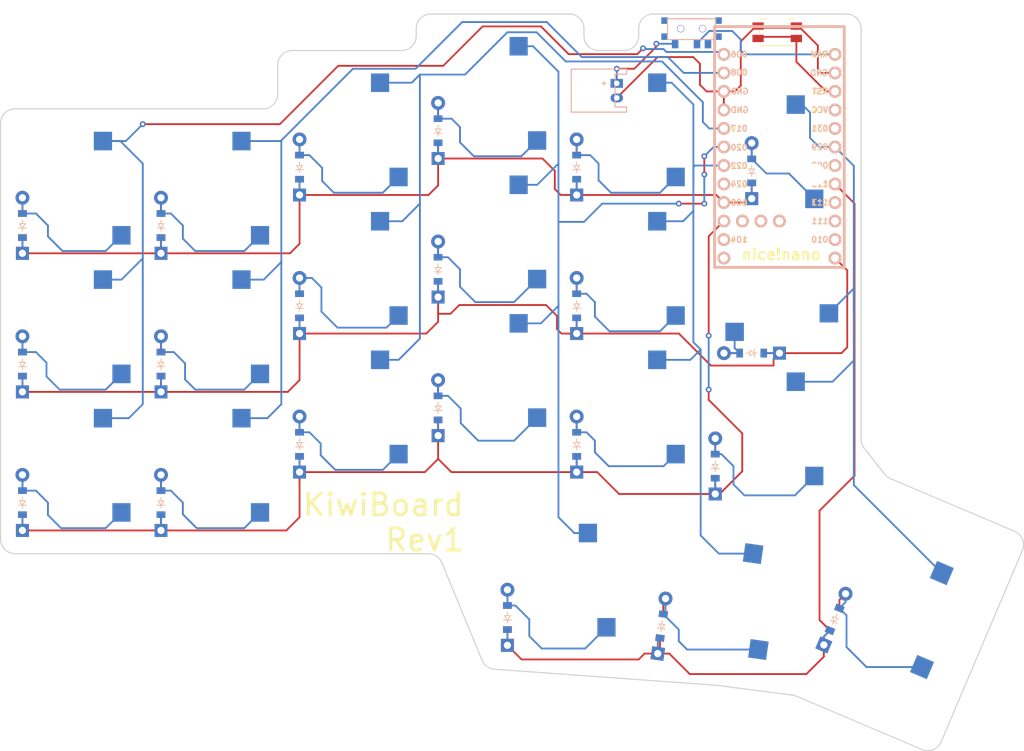
<source format=kicad_pcb>
(kicad_pcb (version 20240108) (generator "pcbnew") (generator_version "8.0")
  (title_block (title "left") (rev "v1.0.0") (company "Unknown"))
  (layers (0 "F.Cu" signal) (31 "B.Cu" signal) (34 "B.Paste" user) (35 "F.Paste" user) (36 "B.SilkS" user "B.Silkscreen") (37 "F.SilkS" user "F.Silkscreen") (38 "B.Mask" user) (39 "F.Mask" user) (44 "Edge.Cuts" user))
  (net 0 "")
  (net 1 "P006")
  (net 2 "ColA_Row1")
  (net 3 "ColA_Row2")
  (net 4 "ColA_Row3")
  (net 5 "P008")
  (net 6 "ColB_Row1")
  (net 7 "ColB_Row2")
  (net 8 "ColB_Row3")
  (net 9 "P017")
  (net 10 "ColC_Row1")
  (net 11 "ColC_Row2")
  (net 12 "ColC_Row3")
  (net 13 "P020")
  (net 14 "ColD_Row1")
  (net 15 "ColD_Row2")
  (net 16 "ColD_Row3")
  (net 17 "P022")
  (net 18 "ColE_Row1")
  (net 19 "ColE_Row2")
  (net 20 "ColE_Row3")
  (net 21 "P029")
  (net 22 "ColF_Row1")
  (net 23 "ColF_Row3")
  (net 24 "ColD_Row0")
  (net 25 "ColE_Row0")
  (net 26 "ColF_Row0")
  (net 27 "ColF_Row2")
  (net 28 "RAW")
  (net 29 "GND")
  (net 30 "RST")
  (net 31 "VCC")
  (net 32 "P031")
  (net 33 "P002")
  (net 34 "P115")
  (net 35 "P113")
  (net 36 "P111")
  (net 37 "P010")
  (net 38 "P009")
  (net 39 "P024")
  (net 40 "P100")
  (net 41 "P011")
  (net 42 "P104")
  (net 43 "P106")
  (net 44 "P101")
  (net 45 "P102")
  (net 46 "P107")
  (net 47 "pos")
  (footprint "E73:SPDT_C128955" (layer "F.Cu") (at 133.25 99.5)
    (property "Reference" "T1" (hide yes))
    (property "Value" "" (hide yes))
  )
  (footprint "ComboDiode" (layer "F.Cu") (at 60.5 164.5 90)
    (property "Reference" "D4" (hide yes))
    (property "Value" "" (hide yes))
  )
  (footprint "ComboDiode" (layer "F.Cu") (at 60.5 145.5 90)
    (property "Reference" "D5" (hide yes))
    (property "Value" "" (hide yes))
  )
  (footprint "MX" (layer "F.Cu") (at 126 152 -90)
    (property "Reference" "S13" (hide yes))
    (property "Value" "" (hide yes))
  )
  (footprint "ComboDiode" (layer "F.Cu") (at 152.878013 180.500185 67)
    (property "Reference" "D19" (hide yes))
    (property "Value" "" (hide yes))
  )
  (footprint "MX" (layer "F.Cu") (at 145 117 -90)
    (property "Reference" "S17" (hide yes))
    (property "Value" "" (hide yes))
  )
  (footprint "MX" (layer "F.Cu") (at 88 133 -90)
    (property "Reference" "S8" (hide yes))
    (property "Value" "" (hide yes))
  )
  (footprint "ComboDiode" (layer "F.Cu") (at 98.5 151.5 90)
    (property "Reference" "D10" (hide yes))
    (property "Value" "" (hide yes))
  )
  (footprint "MX" (layer "F.Cu") (at 138.192458 178.148055 -98)
    (property "Reference" "S19" (hide yes))
    (property "Value" "" (hide yes))
  )
  (footprint "MX" (layer "F.Cu") (at 50 160 -90)
    (property "Reference" "S1" (hide yes))
    (property "Value" "" (hide yes))
  )
  (footprint "ComboDiode" (layer "F.Cu") (at 129.148901 181.42129 82)
    (property "Reference" "D18" (hide yes))
    (property "Value" "" (hide yes))
  )
  (footprint "MX" (layer "F.Cu") (at 88 114 -90)
    (property "Reference" "S9" (hide yes))
    (property "Value" "" (hide yes))
  )
  (footprint "MX" (layer "F.Cu") (at 126 133 -90)
    (property "Reference" "S14" (hide yes))
    (property "Value" "" (hide yes))
  )
  (footprint "ComboDiode" (layer "F.Cu") (at 79.5 137.5 90)
    (property "Reference" "D8" (hide yes))
    (property "Value" "" (hide yes))
  )
  (footprint "MX" (layer "F.Cu") (at 107 109 -90)
    (property "Reference" "S12" (hide yes))
    (property "Value" "" (hide yes))
  )
  (footprint "MX" (layer "F.Cu") (at 107 147 -90)
    (property "Reference" "S10" (hide yes))
    (property "Value" "" (hide yes))
  )
  (footprint "ComboDiode" (layer "F.Cu") (at 141.5 119 90)
    (property "Reference" "D21" (hide yes))
    (property "Value" "" (hide yes))
  )
  (footprint "ComboDiode" (layer "F.Cu") (at 60.5 126.5 90)
    (property "Reference" "D6" (hide yes))
    (property "Value" "" (hide yes))
  )
  (footprint "JST_PH_S2B-PH-K_02x2.00mm_Angled" (layer "F.Cu") (at 123 108 -90)
    (property "Reference" "JST1" (hide yes))
    (property "Value" "" (hide yes))
  )
  (footprint "MX" (layer "F.Cu") (at 107 128 -90)
    (property "Reference" "S11" (hide yes))
    (property "Value" "" (hide yes))
  )
  (footprint "ComboDiode" (layer "F.Cu") (at 98.5 132.5 90)
    (property "Reference" "D11" (hide yes))
    (property "Value" "" (hide yes))
  )
  (footprint "ComboDiode" (layer "F.Cu") (at 41.5 164.5 90)
    (property "Reference" "D1" (hide yes))
    (property "Value" "" (hide yes))
  )
  (footprint "MX" (layer "F.Cu") (at 50 141 -90)
    (property "Reference" "S2" (hide yes))
    (property "Value" "" (hide yes))
  )
  (footprint "ComboDiode" (layer "F.Cu") (at 41.5 126.5 90)
    (property "Reference" "D3" (hide yes))
    (property "Value" "" (hide yes))
  )
  (footprint "ComboDiode" (layer "F.Cu") (at 117.5 137.5 90)
    (property "Reference" "D14" (hide yes))
    (property "Value" "" (hide yes))
  )
  (footprint "ComboDiode" (layer "F.Cu") (at 79.5 156.5 90)
    (property "Reference" "D7" (hide yes))
    (property "Value" "" (hide yes))
  )
  (footprint "ComboDiode" (layer "F.Cu") (at 108 180.25 90)
    (property "Reference" "D17" (hide yes))
    (property "Value" "" (hide yes))
  )
  (footprint "nice_nano" (layer "F.Cu") (at 145.3 117 -90)
    (property "Reference" "MCU1" (hide yes))
    (property "Value" "nice_nano" (hide yes))
  )
  (footprint "MX" (layer "F.Cu") (at 145 136 180)
    (property "Reference" "S21" (hide yes))
    (property "Value" "" (hide yes))
  )
  (footprint "Panasonic_EVQPUL_EVQPUC" (layer "F.Cu") (at 145 100)
    (property "Reference" "B1" (hide yes))
    (property "Value" "Panasonic_EVQPUL_EVQPUC" (hide yes))
  )
  (footprint "ComboDiode" (layer "F.Cu") (at 136.5 159.5 90)
    (property "Reference" "D16" (hide yes))
    (property "Value" "" (hide yes))
  )
  (footprint "ComboDiode" (layer "F.Cu") (at 79.5 118.5 90)
    (property "Reference" "D9" (hide yes))
    (property "Value" "" (hide yes))
  )
  (footprint "MX" (layer "F.Cu") (at 162.460594 179.679128 -113)
    (property "Reference" "S20" (hide yes))
    (property "Value" "" (hide yes))
  )
  (footprint "MX" (layer "F.Cu") (at 69 160 -90)
    (property "Reference" "S4" (hide yes))
    (property "Value" "" (hide yes))
  )
  (footprint "ComboDiode" (layer "F.Cu") (at 117.5 118.5 90)
    (property "Reference" "D15" (hide yes))
    (property "Value" "" (hide yes))
  )
  (footprint "MX" (layer "F.Cu") (at 69 122 -90)
    (property "Reference" "S6" (hide yes))
    (property "Value" "" (hide yes))
  )
  (footprint "MX" (layer "F.Cu") (at 126 114 -90)
    (property "Reference" "S15" (hide yes))
    (property "Value" "" (hide yes))
  )
  (footprint "MX" (layer "F.Cu") (at 69 141 -90)
    (property "Reference" "S5" (hide yes))
    (property "Value" "" (hide yes))
  )
  (footprint "ComboDiode" (layer "F.Cu") (at 41.5 145.5 90)
    (property "Reference" "D2" (hide yes))
    (property "Value" "" (hide yes))
  )
  (footprint "MX" (layer "F.Cu") (at 116.5 175.75 -90)
    (property "Reference" "S18" (hide yes))
    (property "Value" "" (hide yes))
  )
  (footprint "ComboDiode" (layer "F.Cu") (at 98.5 113.5 90)
    (property "Reference" "D12" (hide yes))
    (property "Value" "" (hide yes))
  )
  (footprint "ComboDiode" (layer "F.Cu") (at 117.5 156.5 90)
    (property "Reference" "D13" (hide yes))
    (property "Value" "" (hide yes))
  )
  (footprint "MX" (layer "F.Cu") (at 88 152 -90)
    (property "Reference" "S7" (hide yes))
    (property "Value" "" (hide yes))
  )
  (footprint "ComboDiode" (layer "F.Cu") (at 141.5 144 180)
    (property "Reference" "D20" (hide yes))
    (property "Value" "" (hide yes))
  )
  (footprint "MX" (layer "F.Cu") (at 145 155 -90)
    (property "Reference" "S16" (hide yes))
    (property "Value" "" (hide yes))
  )
  (footprint "MX" (layer "F.Cu") (at 50 122 -90)
    (property "Reference" "S3" (hide yes))
    (property "Value" "" (hide yes))
  )
  (gr_arc (start 147.093769 190.890232) (mid 147.361496 190.943536) (end 147.61947 191.032801) (stroke (width 0.15)) (layer "Edge.Cuts"))
  (gr_arc (start 95.5 99.5) (mid 96.085786 98.085786) (end 97.5 97.5) (stroke (width 0.15)) (layer "Edge.Cuts"))
  (gr_line (start 136.536106 189.532096) (end 106.23285 187.339215) (stroke (width 0.15)) (layer "Edge.Cuts"))
  (gr_line (start 95.5 100.5) (end 95.5 99.5) (stroke (width 0.15)) (layer "Edge.Cuts"))
  (gr_arc (start 177.554771 168.43287) (mid 178.627677 169.524666) (end 178.614319 171.055342) (stroke (width 0.15)) (layer "Edge.Cuts"))
  (gr_line (start 97.5 97.5) (end 116.5 97.5) (stroke (width 0.15)) (layer "Edge.Cuts"))
  (gr_line (start 120.5 102.5) (end 124 102.5) (stroke (width 0.15)) (layer "Edge.Cuts"))
  (gr_arc (start 136.536107 189.532096) (mid 136.59189 189.536919) (end 136.647516 189.543301) (stroke (width 0.15)) (layer "Edge.Cuts"))
  (gr_line (start 126 100.5) (end 126 99.5) (stroke (width 0.15)) (layer "Edge.Cuts"))
  (gr_arc (start 154.5 97.5) (mid 155.914214 98.085786) (end 156.5 99.5) (stroke (width 0.15)) (layer "Edge.Cuts"))
  (gr_line (start 160.535595 161.208658) (end 177.554771 168.43287) (stroke (width 0.15)) (layer "Edge.Cuts"))
  (gr_line (start 156.5 99.5) (end 156.5 155.80484) (stroke (width 0.15)) (layer "Edge.Cuts"))
  (gr_line (start 118.5 99.5) (end 118.5 100.5) (stroke (width 0.15)) (layer "Edge.Cuts"))
  (gr_arc (start 167.478482 197.28973) (mid 166.386686 198.362636) (end 164.85601 198.349278) (stroke (width 0.15)) (layer "Edge.Cuts"))
  (gr_arc (start 156.931159 157.045298) (mid 156.610863 156.461467) (end 156.5 155.80484) (stroke (width 0.15)) (layer "Edge.Cuts"))
  (gr_line (start 104.528453 186.107406) (end 99.010518 172.737025) (stroke (width 0.15)) (layer "Edge.Cuts"))
  (gr_arc (start 76.5 108.5) (mid 75.914214 109.914214) (end 74.5 110.5) (stroke (width 0.15)) (layer "Edge.Cuts"))
  (gr_arc (start 116.5 97.5) (mid 117.914214 98.085786) (end 118.5 99.5) (stroke (width 0.15)) (layer "Edge.Cuts"))
  (gr_line (start 78.5 102.5) (end 93.5 102.5) (stroke (width 0.15)) (layer "Edge.Cuts"))
  (gr_arc (start 76.5 104.5) (mid 77.085786 103.085786) (end 78.5 102.5) (stroke (width 0.15)) (layer "Edge.Cuts"))
  (gr_arc (start 38.5 112.5) (mid 39.085786 111.085786) (end 40.5 110.5) (stroke (width 0.15)) (layer "Edge.Cuts"))
  (gr_line (start 178.614319 171.055342) (end 167.478482 197.28973) (stroke (width 0.15)) (layer "Edge.Cuts"))
  (gr_line (start 128 97.5) (end 154.5 97.5) (stroke (width 0.15)) (layer "Edge.Cuts"))
  (gr_line (start 164.85601 198.349278) (end 147.61947 191.032801) (stroke (width 0.15)) (layer "Edge.Cuts"))
  (gr_arc (start 40.5 171.5) (mid 39.085786 170.914214) (end 38.5 169.5) (stroke (width 0.15)) (layer "Edge.Cuts"))
  (gr_line (start 147.093769 190.890231) (end 136.647516 189.543301) (stroke (width 0.15)) (layer "Edge.Cuts"))
  (gr_arc (start 160.535595 161.208659) (mid 160.104149 160.957886) (end 159.748216 160.608107) (stroke (width 0.15)) (layer "Edge.Cuts"))
  (gr_arc (start 120.5 102.5) (mid 119.085786 101.914214) (end 118.5 100.5) (stroke (width 0.15)) (layer "Edge.Cuts"))
  (gr_line (start 97.16177 171.5) (end 40.5 171.5) (stroke (width 0.15)) (layer "Edge.Cuts"))
  (gr_arc (start 126 100.5) (mid 125.414214 101.914214) (end 124 102.5) (stroke (width 0.15)) (layer "Edge.Cuts"))
  (gr_arc (start 95.5 100.5) (mid 94.914214 101.914214) (end 93.5 102.5) (stroke (width 0.15)) (layer "Edge.Cuts"))
  (gr_line (start 38.5 169.5) (end 38.5 112.5) (stroke (width 0.15)) (layer "Edge.Cuts"))
  (gr_arc (start 106.232849 187.339215) (mid 105.205685 186.965403) (end 104.528453 186.107406) (stroke (width 0.15)) (layer "Edge.Cuts"))
  (gr_arc (start 126 99.5) (mid 126.585786 98.085786) (end 128 97.5) (stroke (width 0.15)) (layer "Edge.Cuts"))
  (gr_arc (start 97.16177 171.5) (mid 98.273986 171.83778) (end 99.010518 172.737025) (stroke (width 0.15)) (layer "Edge.Cuts"))
  (gr_line (start 76.5 108.5) (end 76.5 104.5) (stroke (width 0.15)) (layer "Edge.Cuts"))
  (gr_line (start 40.5 110.5) (end 74.5 110.5) (stroke (width 0.15)) (layer "Edge.Cuts"))
  (gr_line (start 156.931159 157.045298) (end 159.748216 160.608107) (stroke (width 0.15)) (layer "Edge.Cuts"))
  (gr_text "KiwiBoard\nRev1" (at 102.25 167.2 0) (layer "F.SilkS") (effects (font (size 3 3) (thickness 0.4)) (justify right)))
  (segment (start 112.6 99.2) (end 116.4 103) (width 0.25) (layer "F.Cu") (net 1))
  (segment (start 116.4 103) (end 125.8 103) (width 0.25) (layer "F.Cu") (net 1))
  (segment (start 99.2 104.6) (end 104.6 99.2) (width 0.25) (layer "F.Cu") (net 1))
  (segment (start 104.6 99.2) (end 112.6 99.2) (width 0.25) (layer "F.Cu") (net 1))
  (segment (start 125.8 103) (end 126.6 102.2) (width 0.25) (layer "F.Cu") (net 1))
  (segment (start 84.8 104.6) (end 99.2 104.6) (width 0.25) (layer "F.Cu") (net 1))
  (segment (start 58 112.6) (end 76.8 112.6) (width 0.25) (layer "F.Cu") (net 1))
  (segment (start 76.8 112.6) (end 84.8 104.6) (width 0.25) (layer "F.Cu") (net 1))
  (via (at 58 112.6) (size 0.8) (drill 0.4) (layers "F.Cu" "B.Cu") (net 1))
  (via (at 126.6 102.2) (size 0.8) (drill 0.4) (layers "F.Cu" "B.Cu") (net 1))
  (segment (start 129.8 102.7) (end 137.35 102.7) (width 0.25) (layer "B.Cu") (net 1))
  (segment (start 137.35 102.7) (end 137.68 103.03) (width 0.25) (layer "B.Cu") (net 1))
  (segment (start 129.4 102.3) (end 129.8 102.7) (width 0.25) (layer "B.Cu") (net 1))
  (segment (start 55.085 133.915) (end 58 131) (width 0.25) (layer "B.Cu") (net 1))
  (segment (start 52.54 152.915) (end 56.085 152.915) (width 0.25) (layer "B.Cu") (net 1))
  (segment (start 58 131) (end 58 118) (width 0.25) (layer "B.Cu") (net 1))
  (segment (start 126.7 102.3) (end 129.4 102.3) (width 0.25) (layer "B.Cu") (net 1))
  (segment (start 52.54 133.915) (end 55.085 133.915) (width 0.25) (layer "B.Cu") (net 1))
  (segment (start 58 118) (end 54.915 114.915) (width 0.25) (layer "B.Cu") (net 1))
  (segment (start 54.915 114.915) (end 52.54 114.915) (width 0.25) (layer "B.Cu") (net 1))
  (segment (start 55.685 114.915) (end 58 112.6) (width 0.25) (layer "B.Cu") (net 1))
  (segment (start 126.6 102.2) (end 126.7 102.3) (width 0.25) (layer "B.Cu") (net 1))
  (segment (start 52.54 114.915) (end 55.685 114.915) (width 0.25) (layer "B.Cu") (net 1))
  (segment (start 56.085 152.915) (end 58 151) (width 0.25) (layer "B.Cu") (net 1))
  (segment (start 58 151) (end 58 131) (width 0.25) (layer "B.Cu") (net 1))
  (segment (start 137.65 103) (end 137.68 103.03) (width 0.25) (layer "B.Cu") (net 1))
  (segment (start 41.5 162.85) (end 41.5 160.69) (width 0.25) (layer "F.Cu") (net 2))
  (segment (start 45 164.5) (end 45 166.2) (width 0.25) (layer "B.Cu") (net 2))
  (segment (start 46.8 168) (end 52.922 168) (width 0.25) (layer "B.Cu") (net 2))
  (segment (start 41.5 162.85) (end 43.35 162.85) (width 0.25) (layer "B.Cu") (net 2))
  (segment (start 45 166.2) (end 46.8 168) (width 0.25) (layer "B.Cu") (net 2))
  (segment (start 41.5 160.69) (end 41.5 162.85) (width 0.25) (layer "B.Cu") (net 2))
  (segment (start 52.922 168) (end 55.08 165.842) (width 0.25) (layer "B.Cu") (net 2))
  (segment (start 43.35 162.85) (end 45 164.5) (width 0.25) (layer "B.Cu") (net 2))
  (segment (start 41.5 143.85) (end 41.5 141.69) (width 0.25) (layer "F.Cu") (net 3))
  (segment (start 41.5 143.85) (end 43.35 143.85) (width 0.25) (layer "B.Cu") (net 3))
  (segment (start 52.922 149) (end 55.08 146.842) (width 0.25) (layer "B.Cu") (net 3))
  (segment (start 41.5 141.69) (end 41.5 143.85) (width 0.25) (layer "B.Cu") (net 3))
  (segment (start 44.8 147.2) (end 46.6 149) (width 0.25) (layer "B.Cu") (net 3))
  (segment (start 43.35 143.85) (end 44.8 145.3) (width 0.25) (layer "B.Cu") (net 3))
  (segment (start 46.6 149) (end 52.922 149) (width 0.25) (layer "B.Cu") (net 3))
  (segment (start 44.8 145.3) (end 44.8 147.2) (width 0.25) (layer "B.Cu") (net 3))
  (segment (start 41.5 124.85) (end 41.5 122.69) (width 0.25) (layer "F.Cu") (net 4))
  (segment (start 43.35 124.85) (end 45 126.5) (width 0.25) (layer "B.Cu") (net 4))
  (segment (start 41.5 124.85) (end 43.35 124.85) (width 0.25) (layer "B.Cu") (net 4))
  (segment (start 47 130) (end 52.922 130) (width 0.25) (layer "B.Cu") (net 4))
  (segment (start 45 126.5) (end 45 128) (width 0.25) (layer "B.Cu") (net 4))
  (segment (start 41.5 122.69) (end 41.5 124.85) (width 0.25) (layer "B.Cu") (net 4))
  (segment (start 52.922 130) (end 55.08 127.842) (width 0.25) (layer "B.Cu") (net 4))
  (segment (start 45 128) (end 47 130) (width 0.25) (layer "B.Cu") (net 4))
  (segment (start 132.17 105.57) (end 137.68 105.57) (width 0.25) (layer "B.Cu") (net 5))
  (segment (start 130 103.4) (end 132.17 105.57) (width 0.25) (layer "B.Cu") (net 5))
  (segment (start 118.2 103.4) (end 130 103.4) (width 0.25) (layer "B.Cu") (net 5))
  (segment (start 95.4 105) (end 101.8 98.6) (width 0.25) (layer "B.Cu") (net 5))
  (segment (start 113.4 98.6) (end 118.2 103.4) (width 0.25) (layer "B.Cu") (net 5))
  (segment (start 76.915 114.915) (end 71.54 114.915) (width 0.25) (layer "B.Cu") (net 5))
  (segment (start 71.54 152.915) (end 75.085 152.915) (width 0.25) (layer "B.Cu") (net 5))
  (segment (start 101.8 98.6) (end 113.4 98.6) (width 0.25) (layer "B.Cu") (net 5))
  (segment (start 77 115) (end 76.915 114.915) (width 0.25) (layer "B.Cu") (net 5))
  (segment (start 71.54 133.915) (end 74.585 133.915) (width 0.25) (layer "B.Cu") (net 5))
  (segment (start 77 151) (end 77 131.5) (width 0.25) (layer "B.Cu") (net 5))
  (segment (start 74.585 133.915) (end 77 131.5) (width 0.25) (layer "B.Cu") (net 5))
  (segment (start 77 131.5) (end 77 115) (width 0.25) (layer "B.Cu") (net 5))
  (segment (start 86.83 105) (end 95.4 105) (width 0.25) (layer "B.Cu") (net 5))
  (segment (start 75.085 152.915) (end 77 151) (width 0.25) (layer "B.Cu") (net 5))
  (segment (start 76.915 114.915) (end 86.83 105) (width 0.25) (layer "B.Cu") (net 5))
  (segment (start 60.5 162.85) (end 60.5 160.69) (width 0.25) (layer "F.Cu") (net 6))
  (segment (start 65.4 168) (end 71.922 168) (width 0.25) (layer "B.Cu") (net 6))
  (segment (start 63.5 166.1) (end 65.4 168) (width 0.25) (layer "B.Cu") (net 6))
  (segment (start 61.85 162.85) (end 63.5 164.5) (width 0.25) (layer "B.Cu") (net 6))
  (segment (start 60.5 162.85) (end 61.85 162.85) (width 0.25) (layer "B.Cu") (net 6))
  (segment (start 71.922 168) (end 74.08 165.842) (width 0.25) (layer "B.Cu") (net 6))
  (segment (start 60.5 160.69) (end 60.5 162.85) (width 0.25) (layer "B.Cu") (net 6))
  (segment (start 63.5 164.5) (end 63.5 166.1) (width 0.25) (layer "B.Cu") (net 6))
  (segment (start 60.5 143.85) (end 60.5 141.69) (width 0.25) (layer "F.Cu") (net 7))
  (segment (start 60.5 143.85) (end 62.25 143.85) (width 0.25) (layer "B.Cu") (net 7))
  (segment (start 65.2 149) (end 71.922 149) (width 0.25) (layer "B.Cu") (net 7))
  (segment (start 62.25 143.85) (end 63.8 145.4) (width 0.25) (layer "B.Cu") (net 7))
  (segment (start 60.5 141.69) (end 60.5 143.85) (width 0.25) (layer "B.Cu") (net 7))
  (segment (start 63.8 145.4) (end 63.8 147.6) (width 0.25) (layer "B.Cu") (net 7))
  (segment (start 71.922 149) (end 74.08 146.842) (width 0.25) (layer "B.Cu") (net 7))
  (segment (start 63.8 147.6) (end 65.2 149) (width 0.25) (layer "B.Cu") (net 7))
  (segment (start 60.5 124.85) (end 60.5 122.69) (width 0.25) (layer "F.Cu") (net 8))
  (segment (start 71.922 130) (end 74.08 127.842) (width 0.25) (layer "B.Cu") (net 8))
  (segment (start 60.5 124.85) (end 61.85 124.85) (width 0.25) (layer "B.Cu") (net 8))
  (segment (start 61.85 124.85) (end 63.5 126.5) (width 0.25) (layer "B.Cu") (net 8))
  (segment (start 63.5 128.3) (end 65.2 130) (width 0.25) (layer "B.Cu") (net 8))
  (segment (start 65.2 130) (end 71.922 130) (width 0.25) (layer "B.Cu") (net 8))
  (segment (start 60.5 122.69) (end 60.5 124.85) (width 0.25) (layer "B.Cu") (net 8))
  (segment (start 63.5 126.5) (end 63.5 128.3) (width 0.25) (layer "B.Cu") (net 8))
  (segment (start 116 104) (end 129.2 104) (width 0.25) (layer "B.Cu") (net 9))
  (segment (start 129.2 104) (end 134.8 109.6) (width 0.25) (layer "B.Cu") (net 9))
  (segment (start 112 100) (end 116 104) (width 0.25) (layer "B.Cu") (net 9))
  (segment (start 108 100) (end 112 100) (width 0.25) (layer "B.Cu") (net 9))
  (segment (start 135.69 113.19) (end 137.68 113.19) (width 0.25) (layer "B.Cu") (net 9))
  (segment (start 134.8 109.6) (end 134.8 112.3) (width 0.25) (layer "B.Cu") (net 9))
  (segment (start 96 142) (end 96 123.5) (width 0.25) (layer "B.Cu") (net 9))
  (segment (start 93.085 144.915) (end 96 142) (width 0.25) (layer "B.Cu") (net 9))
  (segment (start 134.8 112.3) (end 135.69 113.19) (width 0.25) (layer "B.Cu") (net 9))
  (segment (start 94.885 106.915) (end 96 105.8) (width 0.25) (layer "B.Cu") (net 9))
  (segment (start 90.54 125.915) (end 93.585 125.915) (width 0.25) (layer "B.Cu") (net 9))
  (segment (start 91.655 105.8) (end 90.54 106.915) (width 0.25) (layer "B.Cu") (net 9))
  (segment (start 102.2 105.8) (end 108 100) (width 0.25) (layer "B.Cu") (net 9))
  (segment (start 96 105.8) (end 102.2 105.8) (width 0.25) (layer "B.Cu") (net 9))
  (segment (start 90.54 106.915) (end 94.885 106.915) (width 0.25) (layer "B.Cu") (net 9))
  (segment (start 96 123.5) (end 96 105.8) (width 0.25) (layer "B.Cu") (net 9))
  (segment (start 93.585 125.915) (end 96 123.5) (width 0.25) (layer "B.Cu") (net 9))
  (segment (start 90.54 144.915) (end 93.085 144.915) (width 0.25) (layer "B.Cu") (net 9))
  (segment (start 79.5 154.85) (end 79.5 152.69) (width 0.25) (layer "F.Cu") (net 10))
  (segment (start 79.5 152.69) (end 79.5 154.85) (width 0.25) (layer "B.Cu") (net 10))
  (segment (start 79.5 154.85) (end 80.85 154.85) (width 0.25) (layer "B.Cu") (net 10))
  (segment (start 82.4 156.4) (end 82.4 158) (width 0.25) (layer "B.Cu") (net 10))
  (segment (start 82.4 158) (end 84.4 160) (width 0.25) (layer "B.Cu") (net 10))
  (segment (start 84.4 160) (end 90.922 160) (width 0.25) (layer "B.Cu") (net 10))
  (segment (start 80.85 154.85) (end 82.4 156.4) (width 0.25) (layer "B.Cu") (net 10))
  (segment (start 90.922 160) (end 93.08 157.842) (width 0.25) (layer "B.Cu") (net 10))
  (segment (start 79.5 133.69) (end 79.5 135.85) (width 0.25) (layer "F.Cu") (net 11))
  (segment (start 84.7 140.5) (end 91.422 140.5) (width 0.25) (layer "B.Cu") (net 11))
  (segment (start 79.5 133.69) (end 81.19 133.69) (width 0.25) (layer "B.Cu") (net 11))
  (segment (start 81.19 133.69) (end 82.5 135) (width 0.25) (layer "B.Cu") (net 11))
  (segment (start 82.5 138.3) (end 84.7 140.5) (width 0.25) (layer "B.Cu") (net 11))
  (segment (start 91.422 140.5) (end 93.08 138.842) (width 0.25) (layer "B.Cu") (net 11))
  (segment (start 79.5 135.85) (end 79.5 133.69) (width 0.25) (layer "B.Cu") (net 11))
  (segment (start 82.5 135) (end 82.5 138.3) (width 0.25) (layer "B.Cu") (net 11))
  (segment (start 79.5 116.85) (end 79.5 114.69) (width 0.25) (layer "F.Cu") (net 12))
  (segment (start 82.6 118.6) (end 82.6 120.4) (width 0.25) (layer "B.Cu") (net 12))
  (segment (start 79.5 114.69) (end 79.5 116.85) (width 0.25) (layer "B.Cu") (net 12))
  (segment (start 90.922 122) (end 93.08 119.842) (width 0.25) (layer "B.Cu") (net 12))
  (segment (start 84.2 122) (end 90.922 122) (width 0.25) (layer "B.Cu") (net 12))
  (segment (start 82.6 120.4) (end 84.2 122) (width 0.25) (layer "B.Cu") (net 12))
  (segment (start 79.5 116.85) (end 80.85 116.85) (width 0.25) (layer "B.Cu") (net 12))
  (segment (start 80.85 116.85) (end 82.6 118.6) (width 0.25) (layer "B.Cu") (net 12))
  (segment (start 131.5 123.5) (end 135 123.5) (width 0.25) (layer "F.Cu") (net 13))
  (segment (start 135 119.5) (end 135 117) (width 0.25) (layer "F.Cu") (net 13))
  (via (at 131.5 123.5) (size 0.8) (drill 0.4) (layers "F.Cu" "B.Cu") (net 13))
  (via (at 135 123.5) (size 0.8) (drill 0.4) (layers "F.Cu" "B.Cu") (net 13))
  (via (at 135 117) (size 0.8) (drill 0.4) (layers "F.Cu" "B.Cu") (net 13))
  (via (at 135 119.5) (size 0.8) (drill 0.4) (layers "F.Cu" "B.Cu") (net 13))
  (segment (start 135 123.5) (end 135 119.5) (width 0.25) (layer "B.Cu") (net 13))
  (segment (start 115 105.4) (end 111.515 101.915) (width 0.25) (layer "B.Cu") (net 13))
  (segment (start 111.515 101.915) (end 109.54 101.915) (width 0.25) (layer "B.Cu") (net 13))
  (segment (start 117.165 168.665) (end 115 166.5) (width 0.25) (layer "B.Cu") (net 13))
  (segment (start 115 118) (end 115 105.4) (width 0.25) (layer "B.Cu") (net 13))
  (segment (start 115 126) (end 118.5 126) (width 0.25) (layer "B.Cu") (net 13))
  (segment (start 121 123.5) (end 131.5 123.5) (width 0.25) (layer "B.Cu") (net 13))
  (segment (start 115 137.5) (end 115 137) (width 0.25) (layer "B.Cu") (net 13))
  (segment (start 112.585 139.915) (end 115 137.5) (width 0.25) (layer "B.Cu") (net 13))
  (segment (start 109.54 120.915) (end 112.085 120.915) (width 0.25) (layer "B.Cu") (net 13))
  (segment (start 119.04 168.665) (end 117.165 168.665) (width 0.25) (layer "B.Cu") (net 13))
  (segment (start 135 117) (end 136.27 115.73) (width 0.25) (layer "B.Cu") (net 13))
  (segment (start 115 166.5) (end 115 137) (width 0.25) (layer "B.Cu") (net 13))
  (segment (start 136.27 115.73) (end 137.68 115.73) (width 0.25) (layer "B.Cu") (net 13))
  (segment (start 118.5 126) (end 121 123.5) (width 0.25) (layer "B.Cu") (net 13))
  (segment (start 112.085 120.915) (end 115 118) (width 0.25) (layer "B.Cu") (net 13))
  (segment (start 115 126) (end 115 118) (width 0.25) (layer "B.Cu") (net 13))
  (segment (start 109.54 139.915) (end 112.585 139.915) (width 0.25) (layer "B.Cu") (net 13))
  (segment (start 115 137) (end 115 126) (width 0.25) (layer "B.Cu") (net 13))
  (segment (start 98.5 149.85) (end 98.5 147.69) (width 0.25) (layer "F.Cu") (net 14))
  (segment (start 99.85 149.85) (end 101.6 151.6) (width 0.25) (layer "B.Cu") (net 14))
  (segment (start 98.5 149.85) (end 99.85 149.85) (width 0.25) (layer "B.Cu") (net 14))
  (segment (start 104 156) (end 108.922 156) (width 0.25) (layer "B.Cu") (net 14))
  (segment (start 101.6 151.6) (end 101.6 153.6) (width 0.25) (layer "B.Cu") (net 14))
  (segment (start 108.922 156) (end 112.08 152.842) (width 0.25) (layer "B.Cu") (net 14))
  (segment (start 101.6 153.6) (end 104 156) (width 0.25) (layer "B.Cu") (net 14))
  (segment (start 98.5 147.69) (end 98.5 149.85) (width 0.25) (layer "B.Cu") (net 14))
  (segment (start 98.5 128.69) (end 98.5 130.85) (width 0.25) (layer "F.Cu") (net 15))
  (segment (start 101.5 134.9) (end 103.6 137) (width 0.25) (layer "B.Cu") (net 15))
  (segment (start 98.5 130.85) (end 99.85 130.85) (width 0.25) (layer "B.Cu") (net 15))
  (segment (start 98.5 128.69) (end 98.5 130.85) (width 0.25) (layer "B.Cu") (net 15))
  (segment (start 108.922 137) (end 112.08 133.842) (width 0.25) (layer "B.Cu") (net 15))
  (segment (start 99.85 130.85) (end 101.5 132.5) (width 0.25) (layer "B.Cu") (net 15))
  (segment (start 101.5 132.5) (end 101.5 134.9) (width 0.25) (layer "B.Cu") (net 15))
  (segment (start 103.6 137) (end 108.922 137) (width 0.25) (layer "B.Cu") (net 15))
  (segment (start 98.5 109.69) (end 98.5 111.85) (width 0.25) (layer "F.Cu") (net 16))
  (segment (start 98.5 109.69) (end 98.5 111.85) (width 0.25) (layer "B.Cu") (net 16))
  (segment (start 101.5 115.1) (end 103.4 117) (width 0.25) (layer "B.Cu") (net 16))
  (segment (start 98.5 111.85) (end 100.35 111.85) (width 0.25) (layer "B.Cu") (net 16))
  (segment (start 103.4 117) (end 109.922 117) (width 0.25) (layer "B.Cu") (net 16))
  (segment (start 109.922 117) (end 112.08 114.842) (width 0.25) (layer "B.Cu") (net 16))
  (segment (start 100.35 111.85) (end 101.5 113) (width 0.25) (layer "B.Cu") (net 16))
  (segment (start 101.5 113) (end 101.5 115.1) (width 0.25) (layer "B.Cu") (net 16))
  (segment (start 134.5 143.5) (end 134.5 169) (width 0.25) (layer "B.Cu") (net 17))
  (segment (start 133.5 109.9) (end 130.515 106.915) (width 0.25) (layer "B.Cu") (net 17))
  (segment (start 128.54 125.915) (end 132.085 125.915) (width 0.25) (layer "B.Cu") (net 17))
  (segment (start 133.085 144.915) (end 134.5 143.5) (width 0.25) (layer "B.Cu") (net 17))
  (segment (start 132.085 125.915) (end 133.5 124.5) (width 0.25) (layer "B.Cu") (net 17))
  (segment (start 136.985505 171.485505) (end 141.69378 171.485505) (width 0.25) (layer "B.Cu") (net 17))
  (segment (start 133.5 121) (end 133.5 109.9) (width 0.25) (layer "B.Cu") (net 17))
  (segment (start 134.5 143.5) (end 133.5 142.5) (width 0.25) (layer "B.Cu") (net 17))
  (segment (start 133.5 142.5) (end 133.5 123) (width 0.25) (layer "B.Cu") (net 17))
  (segment (start 130.515 106.915) (end 128.54 106.915) (width 0.25) (layer "B.Cu") (net 17))
  (segment (start 133.5 123) (end 133.5 121) (width 0.25) (layer "B.Cu") (net 17))
  (segment (start 128.54 144.915) (end 133.085 144.915) (width 0.25) (layer "B.Cu") (net 17))
  (segment (start 134.5 169) (end 136.985505 171.485505) (width 0.25) (layer "B.Cu") (net 17))
  (segment (start 133.5 121) (end 133.5 118.5) (width 0.25) (layer "B.Cu") (net 17))
  (segment (start 133.73 118.27) (end 137.68 118.27) (width 0.25) (layer "B.Cu") (net 17))
  (segment (start 133.5 118.5) (end 133.73 118.27) (width 0.25) (layer "B.Cu") (net 17))
  (segment (start 117.5 154.85) (end 117.5 152.69) (width 0.25) (layer "F.Cu") (net 18))
  (segment (start 129.422 159.5) (end 131.08 157.842) (width 0.25) (layer "B.Cu") (net 18))
  (segment (start 121.9 159.5) (end 129.422 159.5) (width 0.25) (layer "B.Cu") (net 18))
  (segment (start 117.5 152.69) (end 117.5 154.85) (width 0.25) (layer "B.Cu") (net 18))
  (segment (start 120 156) (end 120 157.6) (width 0.25) (layer "B.Cu") (net 18))
  (segment (start 120 157.6) (end 121.9 159.5) (width 0.25) (layer "B.Cu") (net 18))
  (segment (start 117.5 154.85) (end 118.85 154.85) (width 0.25) (layer "B.Cu") (net 18))
  (segment (start 118.85 154.85) (end 120 156) (width 0.25) (layer "B.Cu") (net 18))
  (segment (start 117.5 135.85) (end 117.5 133.69) (width 0.25) (layer "F.Cu") (net 19))
  (segment (start 117.5 133.69) (end 117.5 135.85) (width 0.25) (layer "B.Cu") (net 19))
  (segment (start 118.85 135.85) (end 120 137) (width 0.25) (layer "B.Cu") (net 19))
  (segment (start 128.922 141) (end 131.08 138.842) (width 0.25) (layer "B.Cu") (net 19))
  (segment (start 120 137) (end 120 139) (width 0.25) (layer "B.Cu") (net 19))
  (segment (start 122 141) (end 128.922 141) (width 0.25) (layer "B.Cu") (net 19))
  (segment (start 120 139) (end 122 141) (width 0.25) (layer "B.Cu") (net 19))
  (segment (start 117.5 135.85) (end 118.85 135.85) (width 0.25) (layer "B.Cu") (net 19))
  (segment (start 117.5 114.69) (end 117.5 116.85) (width 0.25) (layer "F.Cu") (net 20))
  (segment (start 119.35 116.85) (end 120.5 118) (width 0.25) (layer "B.Cu") (net 20))
  (segment (start 128.922 122) (end 131.08 119.842) (width 0.25) (layer "B.Cu") (net 20))
  (segment (start 120.5 118) (end 120.5 120.3) (width 0.25) (layer "B.Cu") (net 20))
  (segment (start 117.5 114.69) (end 117.5 116.85) (width 0.25) (layer "B.Cu") (net 20))
  (segment (start 117.5 116.85) (end 119.35 116.85) (width 0.25) (layer "B.Cu") (net 20))
  (segment (start 120.5 120.3) (end 122.2 122) (width 0.25) (layer "B.Cu") (net 20))
  (segment (start 122.2 122) (end 128.922 122) (width 0.25) (layer "B.Cu") (net 20))
  (segment (start 155.5 118.31) (end 152.92 115.73) (width 0.25) (layer "B.Cu") (net 21))
  (segment (start 155.5 138.54) (end 155.5 135.125) (width 0.25) (layer "B.Cu") (net 21))
  (segment (start 149.5 111) (end 149.5 114.5) (width 0.25) (layer "B.Cu") (net 21))
  (segment (start 155.5 138.54) (end 155.5 145) (width 0.25) (layer "B.Cu") (net 21))
  (segment (start 155.5 138.54) (end 155.5 118.31) (width 0.25) (layer "B.Cu") (net 21))
  (segment (start 155.5 145) (end 155.5 162.082802) (width 0.25) (layer "B.Cu") (net 21))
  (segment (start 149.5 114.5) (end 150.73 115.73) (width 0.25) (layer "B.Cu") (net 21))
  (segment (start 150.73 115.73) (end 152.92 115.73) (width 0.25) (layer "B.Cu") (net 21))
  (segment (start 147.54 147.915) (end 152.585 147.915) (width 0.25) (layer "B.Cu") (net 21))
  (segment (start 155.5 162.082802) (end 167.567006 174.149808) (width 0.25) (layer "B.Cu") (net 21))
  (segment (start 152.585 147.915) (end 155.5 145) (width 0.25) (layer "B.Cu") (net 21))
  (segment (start 148.415 109.915) (end 149.5 111) (width 0.25) (layer "B.Cu") (net 21))
  (segment (start 147.54 109.915) (end 148.415 109.915) (width 0.25) (layer "B.Cu") (net 21))
  (segment (start 155.5 135.125) (end 152.085 138.54) (width 0.25) (layer "B.Cu") (net 21))
  (segment (start 136.5 157.85) (end 136.5 155.69) (width 0.25) (layer "F.Cu") (net 22))
  (segment (start 139 162) (end 140.5 163.5) (width 0.25) (layer "B.Cu") (net 22))
  (segment (start 136.5 157.85) (end 137.35 157.85) (width 0.25) (layer "B.Cu") (net 22))
  (segment (start 147.422 163.5) (end 150.08 160.842) (width 0.25) (layer "B.Cu") (net 22))
  (segment (start 140.5 163.5) (end 147.422 163.5) (width 0.25) (layer "B.Cu") (net 22))
  (segment (start 137.35 157.85) (end 139 159.5) (width 0.25) (layer "B.Cu") (net 22))
  (segment (start 139 159.5) (end 139 162) (width 0.25) (layer "B.Cu") (net 22))
  (segment (start 136.5 155.69) (end 136.5 157.85) (width 0.25) (layer "B.Cu") (net 22))
  (segment (start 141.5 117.35) (end 141.5 115.19) (width 0.25) (layer "F.Cu") (net 23))
  (segment (start 141.5 117.35) (end 143.5189 119.3689) (width 0.25) (layer "B.Cu") (net 23))
  (segment (start 146.6069 119.3689) (end 150.08 122.842) (width 0.25) (layer "B.Cu") (net 23))
  (segment (start 143.5189 119.3689) (end 146.6069 119.3689) (width 0.25) (layer "B.Cu") (net 23))
  (segment (start 141.5 115.19) (end 141.5 117.35) (width 0.25) (layer "B.Cu") (net 23))
  (segment (start 108 178.6) (end 108 176.44) (width 0.25) (layer "F.Cu") (net 24))
  (segment (start 108 178.6) (end 109.1 178.6) (width 0.25) (layer "B.Cu") (net 24))
  (segment (start 109.1 178.6) (end 111 180.5) (width 0.25) (layer "B.Cu") (net 24))
  (segment (start 108 176.44) (end 108 178.6) (width 0.25) (layer "B.Cu") (net 24))
  (segment (start 111 180.5) (end 111 182.8) (width 0.25) (layer "B.Cu") (net 24))
  (segment (start 111 182.8) (end 112.7 184.5) (width 0.25) (layer "B.Cu") (net 24))
  (segment (start 112.7 184.5) (end 118.672 184.5) (width 0.25) (layer "B.Cu") (net 24))
  (segment (start 118.672 184.5) (end 121.58 181.592) (width 0.25) (layer "B.Cu") (net 24))
  (segment (start 129.378537 177.948983) (end 129.679151 177.648369) (width 0.25) (layer "F.Cu") (net 25))
  (segment (start 129.378537 179.787348) (end 129.378537 177.948983) (width 0.25) (layer "F.Cu") (net 25))
  (segment (start 131.5 183.5) (end 132.6402 184.6402) (width 0.25) (layer "B.Cu") (net 25))
  (segment (start 129.378537 179.787348) (end 131.5 181.908811) (width 0.25) (layer "B.Cu") (net 25))
  (segment (start 131.5 181.908811) (end 131.5 183.5) (width 0.25) (layer "B.Cu") (net 25))
  (segment (start 129.679151 177.648369) (end 129.679151 179.486734) (width 0.25) (layer "B.Cu") (net 25))
  (segment (start 129.679151 179.486734) (end 129.378537 179.787348) (width 0.25) (layer "B.Cu") (net 25))
  (segment (start 132.6402 184.6402) (end 142.409971 184.6402) (width 0.25) (layer "B.Cu") (net 25))
  (segment (start 153.522719 177.837042) (end 154.366699 176.993062) (width 0.25) (layer "F.Cu") (net 26))
  (segment (start 153.522719 178.981352) (end 153.522719 177.837042) (width 0.25) (layer "F.Cu") (net 26))
  (segment (start 154.366699 176.993062) (end 154.366699 178.137372) (width 0.25) (layer "B.Cu") (net 26))
  (segment (start 154.5 184.3) (end 157.241631 187.041631) (width 0.25) (layer "B.Cu") (net 26))
  (segment (start 153.522719 178.981352) (end 154.5 179.958633) (width 0.25) (layer "B.Cu") (net 26))
  (segment (start 157.241631 187.041631) (end 164.854107 187.041631) (width 0.25) (layer "B.Cu") (net 26))
  (segment (start 154.366699 178.137372) (end 153.522719 178.981352) (width 0.25) (layer "B.Cu") (net 26))
  (segment (start 154.5 179.958633) (end 154.5 184.3) (width 0.25) (layer "B.Cu") (net 26))
  (segment (start 137.69 144) (end 139.85 144) (width 0.25) (layer "F.Cu") (net 27))
  (segment (start 139.85 144) (end 137.69 144) (width 0.25) (layer "B.Cu") (net 27))
  (segment (start 139.158 143.308) (end 139.85 144) (width 0.25) (layer "B.Cu") (net 27))
  (segment (start 139.158 141.08) (end 139.158 143.308) (width 0.25) (layer "B.Cu") (net 27))
  (segment (start 134 101.575) (end 134 101.5) (width 0.25) (layer "B.Cu") (net 28))
  (segment (start 141.03 103.03) (end 152.92 103.03) (width 0.25) (layer "B.Cu") (net 28))
  (segment (start 140 102.5) (end 140.5 103) (width 0.25) (layer "B.Cu") (net 28))
  (segment (start 138.825 99.825) (end 140 101) (width 0.25) (layer "B.Cu") (net 28))
  (segment (start 135.675 99.825) (end 138.825 99.825) (width 0.25) (layer "B.Cu") (net 28))
  (segment (start 140 101) (end 140 102.5) (width 0.25) (layer "B.Cu") (net 28))
  (segment (start 141 103) (end 141.03 103.03) (width 0.25) (layer "B.Cu") (net 28))
  (segment (start 134 101.5) (end 135.675 99.825) (width 0.25) (layer "B.Cu") (net 28))
  (segment (start 140.5 103) (end 141 103) (width 0.25) (layer "B.Cu") (net 28))
  (segment (start 128.6 103.4) (end 133.485 103.4) (width 0.25) (layer "F.Cu") (net 29))
  (segment (start 142.375 99.15) (end 142.6 99.375) (width 0.25) (layer "F.Cu") (net 29))
  (segment (start 150.57 105.57) (end 152.92 105.57) (width 0.25) (layer "F.Cu") (net 29))
  (segment (start 134.4 107.2) (end 135.31 108.11) (width 0.25) (layer "F.Cu") (net 29))
  (segment (start 123 109) (end 128.6 103.4) (width 0.25) (layer "F.Cu") (net 29))
  (segment (start 147.625 99.15) (end 147.9 99.15) (width 0.25) (layer "F.Cu") (net 29))
  (segment (start 147.9 99.15) (end 150.57 101.82) (width 0.25) (layer "F.Cu") (net 29))
  (segment (start 147.4 99.375) (end 147.625 99.15) (width 0.25) (layer "F.Cu") (net 29))
  (segment (start 142.375 99.15) (end 142.65 99.15) (width 0.25) (layer "F.Cu") (net 29))
  (segment (start 140 101.25) (end 142.1 99.15) (width 0.25) (layer "F.Cu") (net 29))
  (segment (start 137.68 108.11) (end 139.19 108.11) (width 0.25) (layer "F.Cu") (net 29))
  (segment (start 134.4 104.315) (end 134.4 107.2) (width 0.25) (layer "F.Cu") (net 29))
  (segment (start 135.31 108.11) (end 137.68 108.11) (width 0.25) (layer "F.Cu") (net 29))
  (segment (start 139.19 108.11) (end 140 107.3) (width 0.25) (layer "F.Cu") (net 29))
  (segment (start 142.6 99.375) (end 147.4 99.375) (width 0.25) (layer "F.Cu") (net 29))
  (segment (start 137.68 108.11) (end 137.68 110.65) (width 0.25) (layer "F.Cu") (net 29))
  (segment (start 133.485 103.4) (end 134.4 104.315) (width 0.25) (layer "F.Cu") (net 29))
  (segment (start 140 107.3) (end 140 101.25) (width 0.25) (layer "F.Cu") (net 29))
  (segment (start 142.375 99.15) (end 142.5 99.15) (width 0.25) (layer "F.Cu") (net 29))
  (segment (start 150.57 101.82) (end 150.57 105.57) (width 0.25) (layer "F.Cu") (net 29))
  (segment (start 142.1 99.15) (end 142.375 99.15) (width 0.25) (layer "F.Cu") (net 29))
  (segment (start 147.625 100.85) (end 147.625 104.054275) (width 0.25) (layer "F.Cu") (net 30))
  (segment (start 151.680725 108.11) (end 152.92 108.11) (width 0.25) (layer "F.Cu") (net 30))
  (segment (start 147.625 104.054275) (end 151.680725 108.11) (width 0.25) (layer "F.Cu") (net 30))
  (segment (start 142.6 100.625) (end 147.4 100.625) (width 0.25) (layer "F.Cu") (net 30))
  (segment (start 142.375 100.85) (end 142.6 100.625) (width 0.25) (layer "F.Cu") (net 30))
  (segment (start 147.4 100.625) (end 147.625 100.85) (width 0.25) (layer "F.Cu") (net 30))
  (segment (start 149 188) (end 151.389327 185.610673) (width 0.25) (layer "F.Cu") (net 34))
  (segment (start 155.6 160.8) (end 155.6 123.49) (width 0.25) (layer "F.Cu") (net 34))
  (segment (start 126.805789 185.194211) (end 128.618651 185.194211) (width 0.25) (layer "F.Cu") (net 34))
  (segment (start 108 184.06) (end 109.94 186) (width 0.25) (layer "F.Cu") (net 34))
  (segment (start 130.194211 185.194211) (end 133 188) (width 0.25) (layer "F.Cu") (net 34))
  (segment (start 151.389327 182.862998) (end 152.233307 182.019018) (width 0.25) (layer "F.Cu") (net 34))
  (segment (start 128.919265 183.055232) (end 128.919265 184.893597) (width 0.25) (layer "F.Cu") (net 34))
  (segment (start 150.8 180.585711) (end 150.8 165.6) (width 0.25) (layer "F.Cu") (net 34))
  (segment (start 108 181.9) (end 108 184.06) (width 0.25) (layer "F.Cu") (net 34))
  (segment (start 126 186) (end 126.805789 185.194211) (width 0.25) (layer "F.Cu") (net 34))
  (segment (start 128.618651 185.194211) (end 130.194211 185.194211) (width 0.25) (layer "F.Cu") (net 34))
  (segment (start 128.919265 184.893597) (end 128.618651 185.194211) (width 0.25) (layer "F.Cu") (net 34))
  (segment (start 151.389327 185.610673) (end 151.389327 184.007308) (width 0.25) (layer "F.Cu") (net 34))
  (segment (start 155.6 123.49) (end 152.92 120.81) (width 0.25) (layer "F.Cu") (net 34))
  (segment (start 133 188) (end 149 188) (width 0.25) (layer "F.Cu") (net 34))
  (segment (start 152.233307 182.019018) (end 150.8 180.585711) (width 0.25) (layer "F.Cu") (net 34))
  (segment (start 151.389327 184.007308) (end 151.389327 182.862998) (width 0.25) (layer "F.Cu") (net 34))
  (segment (start 150.8 165.6) (end 155.6 160.8) (width 0.25) (layer "F.Cu") (net 34))
  (segment (start 109.94 186) (end 126 186) (width 0.25) (layer "F.Cu") (net 34))
  (segment (start 151.389327 182.862998) (end 152.233307 182.019018) (width 0.25) (layer "B.Cu") (net 34))
  (segment (start 151.389327 184.007308) (end 151.389327 182.862998) (width 0.25) (layer "B.Cu") (net 34))
  (segment (start 128.618651 183.355846) (end 128.919265 183.055232) (width 0.25) (layer "B.Cu") (net 34))
  (segment (start 108 184.06) (end 108 181.9) (width 0.25) (layer "B.Cu") (net 34))
  (segment (start 128.618651 185.194211) (end 128.618651 183.355846) (width 0.25) (layer "B.Cu") (net 34))
  (segment (start 153.8 144) (end 154.6 143.2) (width 0.25) (layer "F.Cu") (net 38))
  (segment (start 117.5 141.31) (end 131.51 141.31) (width 0.25) (layer "F.Cu") (net 38))
  (segment (start 154.6 132.65) (end 152.92 130.97) (width 0.25) (layer "F.Cu") (net 38))
  (segment (start 79.5 147.7) (end 79.5 139.15) (width 0.25) (layer "F.Cu") (net 38))
  (segment (start 98.5 139.7) (end 98.5 138.6) (width 0.25) (layer "F.Cu") (net 38))
  (segment (start 117.5 141.31) (end 115.41 141.31) (width 0.25) (layer "F.Cu") (net 38))
  (segment (start 144.5 145.7) (end 144.5 144.81) (width 0.25) (layer "F.Cu") (net 38))
  (segment (start 114.8 138.9) (end 113.3 137.4) (width 0.25) (layer "F.Cu") (net 38))
  (segment (start 115.41 141.31) (end 114.8 140.7) (width 0.25) (layer "F.Cu") (net 38))
  (segment (start 41.5 149.31) (end 60.5 149.31) (width 0.25) (layer "F.Cu") (net 38))
  (segment (start 60.5 149.31) (end 77.89 149.31) (width 0.25) (layer "F.Cu") (net 38))
  (segment (start 98.5 138.6) (end 98.5 134.15) (width 0.25) (layer "F.Cu") (net 38))
  (segment (start 100.2 138.6) (end 98.5 138.6) (width 0.25) (layer "F.Cu") (net 38))
  (segment (start 135.9 145.7) (end 144.5 145.7) (width 0.25) (layer "F.Cu") (net 38))
  (segment (start 145.31 144) (end 153.8 144) (width 0.25) (layer "F.Cu") (net 38))
  (segment (start 144.5 144.81) (end 145.31 144) (width 0.25) (layer "F.Cu") (net 38))
  (segment (start 154.6 143.2) (end 154.6 132.65) (width 0.25) (layer "F.Cu") (net 38))
  (segment (start 79.5 141.31) (end 96.89 141.31) (width 0.25) (layer "F.Cu") (net 38))
  (segment (start 131.51 141.31) (end 135.9 145.7) (width 0.25) (layer "F.Cu") (net 38))
  (segment (start 41.5 147.15) (end 41.5 149.31) (width 0.25) (layer "F.Cu") (net 38))
  (segment (start 60.5 147.15) (end 60.5 149.31) (width 0.25) (layer "F.Cu") (net 38))
  (segment (start 77.89 149.31) (end 79.5 147.7) (width 0.25) (layer "F.Cu") (net 38))
  (segment (start 96.89 141.31) (end 98.5 139.7) (width 0.25) (layer "F.Cu") (net 38))
  (segment (start 117.5 139.15) (end 117.5 141.31) (width 0.25) (layer "F.Cu") (net 38))
  (segment (start 113.3 137.4) (end 101.4 137.4) (width 0.25) (layer "F.Cu") (net 38))
  (segment (start 145.31 144) (end 143.15 144) (width 0.25) (layer "F.Cu") (net 38))
  (segment (start 114.8 140.7) (end 114.8 138.9) (width 0.25) (layer "F.Cu") (net 38))
  (segment (start 101.4 137.4) (end 100.2 138.6) (width 0.25) (layer "F.Cu") (net 38))
  (segment (start 41.5 149.31) (end 41.5 147.15) (width 0.25) (layer "B.Cu") (net 38))
  (segment (start 117.5 141.31) (end 117.5 139.15) (width 0.25) (layer "B.Cu") (net 38))
  (segment (start 143.15 144) (end 145.31 144) (width 0.25) (layer "B.Cu") (net 38))
  (segment (start 60.5 149.31) (end 60.5 147.15) (width 0.25) (layer "B.Cu") (net 38))
  (segment (start 98.5 136.31) (end 98.5 134.15) (width 0.25) (layer "B.Cu") (net 38))
  (segment (start 79.5 141.31) (end 79.5 139.15) (width 0.25) (layer "B.Cu") (net 38))
  (segment (start 140.96 123.35) (end 141.5 122.81) (width 0.25) (layer "F.Cu") (net 40))
  (segment (start 115.31 122.31) (end 117.5 122.31) (width 0.25) (layer "F.Cu") (net 40))
  (segment (start 117.5 120.15) (end 117.5 122.31) (width 0.25) (layer "F.Cu") (net 40))
  (segment (start 112.81 117.31) (end 114.5 119) (width 0.25) (layer "F.Cu") (net 40))
  (segment (start 79.5 129) (end 79.5 120.15) (width 0.25) (layer "F.Cu") (net 40))
  (segment (start 141.5 122.81) (end 141.5 120.65) (width 0.25) (layer "F.Cu") (net 40))
  (segment (start 78.19 130.31) (end 79.5 129) (width 0.25) (layer "F.Cu") (net 40))
  (segment (start 114.5 119) (end 114.5 121.5) (width 0.25) (layer "F.Cu") (net 40))
  (segment (start 79.5 122.31) (end 97.19 122.31) (width 0.25) (layer "F.Cu") (net 40))
  (segment (start 114.5 121.5) (end 115.31 122.31) (width 0.25) (layer "F.Cu") (net 40))
  (segment (start 98.5 121) (end 98.5 115.15) (width 0.25) (layer "F.Cu") (net 40))
  (segment (start 136.64 122.31) (end 137.68 123.35) (width 0.25) (layer "F.Cu") (net 40))
  (segment (start 60.5 130.31) (end 60.5 128.15) (width 0.25) (layer "F.Cu") (net 40))
  (segment (start 137.68 123.35) (end 140.96 123.35) (width 0.25) (layer "F.Cu") (net 40))
  (segment (start 41.5 130.31) (end 60.5 130.31) (width 0.25) (layer "F.Cu") (net 40))
  (segment (start 97.19 122.31) (end 98.5 121) (width 0.25) (layer "F.Cu") (net 40))
  (segment (start 41.5 128.15) (end 41.5 130.31) (width 0.25) (layer "F.Cu") (net 40))
  (segment (start 117.5 122.31) (end 136.64 122.31) (width 0.25) (layer "F.Cu") (net 40))
  (segment (start 60.5 130.31) (end 78.19 130.31) (width 0.25) (layer "F.Cu") (net 40))
  (segment (start 98.5 117.31) (end 112.81 117.31) (width 0.25) (layer "F.Cu") (net 40))
  (segment (start 117.5 120.15) (end 117.5 122.31) (width 0.25) (layer "B.Cu") (net 40))
  (segment (start 41.5 128.15) (end 41.5 130.31) (width 0.25) (layer "B.Cu") (net 40))
  (segment (start 79.5 122.31) (end 79.5 120.15) (width 0.25) (layer "B.Cu") (net 40))
  (segment (start 98.5 117.31) (end 98.5 115.15) (width 0.25) (layer "B.Cu") (net 40))
  (segment (start 141.5 122.81) (end 141.5 120.65) (width 0.25) (layer "B.Cu") (net 40))
  (segment (start 60.5 130.31) (end 60.5 128.15) (width 0.25) (layer "B.Cu") (net 40))
  (segment (start 98.5 158.5) (end 100.31 160.31) (width 0.25) (layer "F.Cu") (net 41))
  (segment (start 136.5 161.15) (end 136.5 163.31) (width 0.25) (layer "F.Cu") (net 41))
  (segment (start 135.6 150.4) (end 140.2 155) (width 0.25) (layer "F.Cu") (net 41))
  (segment (start 79.5 162) (end 79.5 160.31) (width 0.25) (layer "F.Cu") (net 41))
  (segment (start 135.6 149) (end 135.6 150.4) (width 0.25) (layer "F.Cu") (net 41))
  (segment (start 77.69 168.31) (end 79.5 166.5) (width 0.25) (layer "F.Cu") (net 41))
  (segment (start 100.31 160.31) (end 117.5 160.31) (width 0.25) (layer "F.Cu") (net 41))
  (segment (start 117.5 158.15) (end 117.5 160.31) (width 0.25) (layer "F.Cu") (net 41))
  (segment (start 140.2 160.2) (end 137.09 163.31) (width 0.25) (layer "F.Cu") (net 41))
  (segment (start 135.6 141.6) (end 135.6 127.97) (width 0.25) (layer "F.Cu") (net 41))
  (segment (start 79.5 166.5) (end 79.5 162) (width 0.25) (layer "F.Cu") (net 41))
  (segment (start 60.5 168.31) (end 60.5 166.15) (width 0.25) (layer "F.Cu") (net 41))
  (segment (start 137.09 163.31) (end 136.5 163.31) (width 0.25) (layer "F.Cu") (net 41))
  (segment (start 41.5 166.15) (end 41.5 168.31) (width 0.25) (layer "F.Cu") (net 41))
  (segment (start 140.2 155) (end 140.2 160.2) (width 0.25) (layer "F.Cu") (net 41))
  (segment (start 96.69 160.31) (end 98.5 158.5) (width 0.25) (layer "F.Cu") (net 41))
  (segment (start 79.5 160.31) (end 96.69 160.31) (width 0.25) (layer "F.Cu") (net 41))
  (segment (start 135.6 127.97) (end 137.68 125.89) (width 0.25) (layer "F.Cu") (net 41))
  (segment (start 98.5 153.15) (end 98.5 155.31) (width 0.25) (layer "F.Cu") (net 41))
  (segment (start 41.5 168.31) (end 60.5 168.31) (width 0.25) (layer "F.Cu") (net 41))
  (segment (start 117.5 160.31) (end 120.31 160.31) (width 0.25) (layer "F.Cu") (net 41))
  (segment (start 98.5 158.5) (end 98.5 155.31) (width 0.25) (layer "F.Cu") (net 41))
  (segment (start 79.5 158.15) (end 79.5 162) (width 0.25) (layer "F.Cu") (net 41))
  (segment (start 120.31 160.31) (end 123.31 163.31) (width 0.25) (layer "F.Cu") (net 41))
  (segment (start 123.31 163.31) (end 136.5 163.31) (width 0.25) (layer "F.Cu") (net 41))
  (segment (start 60.5 168.31) (end 77.69 168.31) (width 0.25) (layer "F.Cu") (net 41))
  (via (at 135.6 141.6) (size 0.8) (drill 0.4) (layers "F.Cu" "B.Cu") (net 41))
  (via (at 135.6 149) (size 0.8) (drill 0.4) (layers "F.Cu" "B.Cu") (net 41))
  (segment (start 79.5 160.31) (end 79.5 158.15) (width 0.25) (layer "B.Cu") (net 41))
  (segment (start 117.5 160.31) (end 117.5 158.15) (width 0.25) (layer "B.Cu") (net 41))
  (segment (start 60.5 168.31) (end 60.5 166.15) (width 0.25) (layer "B.Cu") (net 41))
  (segment (start 136.5 163.31) (end 136.5 161.15) (width 0.25) (layer "B.Cu") (net 41))
  (segment (start 98.5 155.31) (end 98.5 153.15) (width 0.25) (layer "B.Cu") (net 41))
  (segment (start 135.6 141.6) (end 135.6 149) (width 0.25) (layer "B.Cu") (net 41))
  (segment (start 41.5 168.31) (end 41.5 166.15) (width 0.25) (layer "B.Cu") (net 41))
  (segment (start 123 105) (end 125.4 105) (width 0.25) (layer "F.Cu") (net 47))
  (segment (start 128.425 101.975) (end 128.425 101.575) (width 0.25) (layer "F.Cu") (net 47))
  (segment (start 125.4 105) (end 128.425 101.975) (width 0.25) (layer "F.Cu") (net 47))
  (via (at 128.425 101.575) (size 0.8) (drill 0.4) (layers "F.Cu" "B.Cu") (net 47))
  (via (at 123 105) (size 0.8) (drill 0.4) (layers "F.Cu" "B.Cu") (net 47))
  (segment (start 131 101.575) (end 128.425 101.575) (width 0.25) (layer "B.Cu") (net 47))
  (segment (start 123 107) (end 123 105) (width 0.25) (layer "B.Cu") (net 47))
)
</source>
